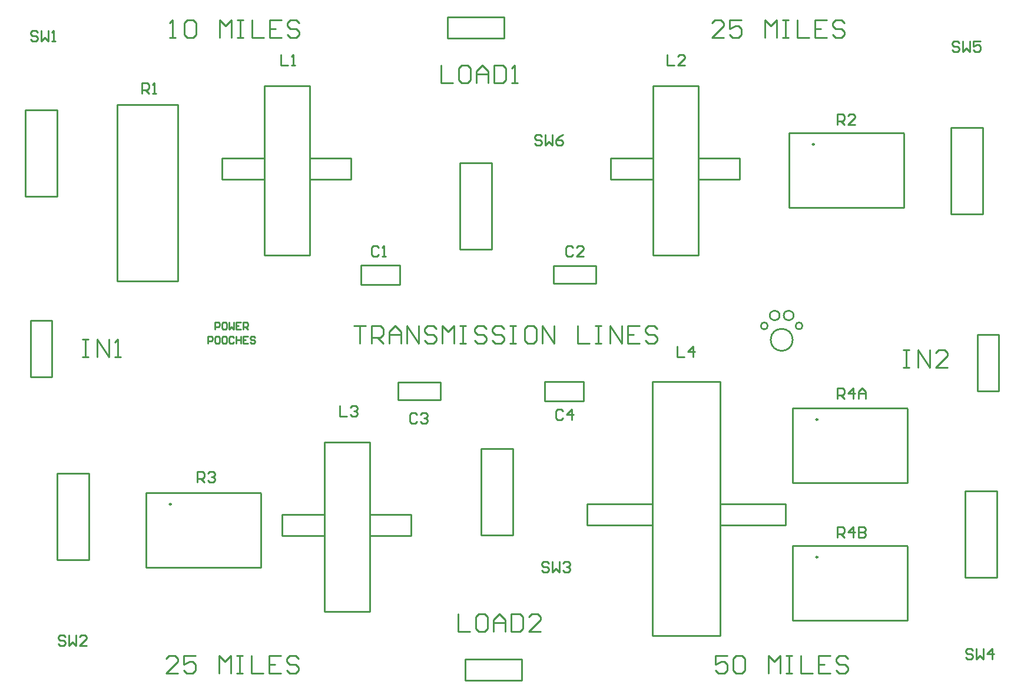
<source format=gto>
%FSAX24Y24*%
%MOIN*%
G70*
G01*
G75*
%ADD10R,0.2579X0.3150*%
%ADD11R,0.0800X0.0600*%
%ADD12R,0.2126X0.0945*%
%ADD13R,0.3504X0.3228*%
%ADD14C,0.0500*%
%ADD15C,0.0100*%
%ADD16C,0.0700*%
%ADD17C,0.1250*%
%ADD18C,0.0800*%
%ADD19C,0.0500*%
%ADD20C,0.0098*%
D15*
X056299Y031299D02*
G03*
X056299Y031299I-000197J000000D01*
G01*
X055790Y031890D02*
G03*
X055790Y031890I-000278J000000D01*
G01*
X055003D02*
G03*
X055003Y031890I-000278J000000D01*
G01*
X054331Y031299D02*
G03*
X054331Y031299I-000197J000000D01*
G01*
X055741Y030512D02*
G03*
X055741Y030512I-000622J000000D01*
G01*
X041700Y028150D02*
X043900D01*
Y027050D02*
Y028150D01*
X041700Y027050D02*
X043900D01*
X041700D02*
Y028150D01*
X031300Y033650D02*
Y034750D01*
Y033650D02*
X033500D01*
Y034750D01*
X031300D02*
X033500D01*
X017500Y043850D02*
X020950D01*
Y033850D02*
Y043850D01*
X017500Y033850D02*
X020950D01*
X017500D02*
Y043850D01*
X033400Y027100D02*
Y028100D01*
Y027100D02*
X035800D01*
X033400Y028100D02*
X035800D01*
Y027100D02*
Y028100D01*
X019150Y021850D02*
X025600D01*
X025650Y021800D01*
Y017600D02*
Y021800D01*
X019150Y017600D02*
X025650D01*
X019150D02*
Y021850D01*
X044600Y033700D02*
Y034700D01*
X042200D02*
X044600D01*
X042200Y033700D02*
X044600D01*
X042200D02*
Y034700D01*
X055550Y038000D02*
Y042250D01*
Y038000D02*
X062050D01*
Y042200D01*
X062000Y042250D02*
X062050Y042200D01*
X055550Y042250D02*
X062000D01*
X055750Y018850D02*
X062200D01*
X062250Y018800D01*
Y014600D02*
Y018800D01*
X055750Y014600D02*
X062250D01*
X055750D02*
Y018850D01*
Y022400D02*
Y026650D01*
Y022400D02*
X062250D01*
Y026600D01*
X062200Y026650D02*
X062250Y026600D01*
X055750Y026650D02*
X062200D01*
X066500Y037650D02*
Y042550D01*
X064700D02*
X066500D01*
X064700Y037650D02*
X066500D01*
X064700D02*
Y042550D01*
X036900Y035650D02*
Y040550D01*
Y035650D02*
X038700D01*
X036900Y040550D02*
X038700D01*
Y035650D02*
Y040550D01*
X039900Y019450D02*
Y024350D01*
X038100D02*
X039900D01*
X038100Y019450D02*
X039900D01*
X038100D02*
Y024350D01*
X014100Y018050D02*
Y022950D01*
Y018050D02*
X015900D01*
X014100Y022950D02*
X015900D01*
Y018050D02*
Y022950D01*
X014100Y038650D02*
Y043550D01*
X012300D02*
X014100D01*
X012300Y038650D02*
X014100D01*
X012300D02*
Y043550D01*
X065500Y017050D02*
Y021950D01*
Y017050D02*
X067300D01*
X065500Y021950D02*
X067300D01*
Y017050D02*
Y021950D01*
X031800Y015100D02*
Y024700D01*
X029250Y015100D02*
X031800D01*
X029250Y024700D02*
X031800D01*
X029250Y015100D02*
Y024700D01*
X026850Y019400D02*
X029250D01*
X026850D02*
Y020600D01*
X029250D01*
X031800Y019400D02*
X034150D01*
Y020600D01*
X031800D02*
X034150D01*
X050400Y040800D02*
X052750D01*
Y039600D02*
Y040800D01*
X050400Y039600D02*
X052750D01*
X045450Y040800D02*
X047850D01*
X045450Y039600D02*
Y040800D01*
Y039600D02*
X047850D01*
Y035300D02*
Y044900D01*
X050400D01*
X047850Y035300D02*
X050400D01*
Y044900D01*
X028400Y035300D02*
Y044900D01*
X025850Y035300D02*
X028400D01*
X025850Y044900D02*
X028400D01*
X025850Y035300D02*
Y044900D01*
X023450Y039600D02*
X025850D01*
X023450D02*
Y040800D01*
X025850D01*
X028400Y039600D02*
X030750D01*
Y040800D01*
X028400D02*
X030750D01*
X051650Y021200D02*
X055350D01*
Y020000D02*
Y021200D01*
X051650Y020000D02*
X055350D01*
X044100Y021200D02*
X047800D01*
X044100Y020000D02*
Y021200D01*
Y020000D02*
X047800D01*
Y013750D02*
Y028150D01*
Y013750D02*
X051650D01*
Y028150D01*
X047800D02*
X051650D01*
X037200Y011200D02*
X040400D01*
X037200Y012400D02*
X040400D01*
Y011200D02*
Y012400D01*
X037200Y011200D02*
Y012400D01*
X036200Y047600D02*
Y048800D01*
X039400Y047600D02*
Y048800D01*
X036200D02*
X039400D01*
X036200Y047600D02*
X039400D01*
X066200Y030800D02*
X067400D01*
X066200Y027600D02*
X067400D01*
X066200D02*
Y030800D01*
X067400Y027600D02*
Y030800D01*
X013800Y028400D02*
Y031600D01*
X012600Y028400D02*
Y031600D01*
Y028400D02*
X013800D01*
X012600Y031600D02*
X013800D01*
X035827Y046078D02*
Y045079D01*
X036493D01*
X037326Y046078D02*
X036993D01*
X036826Y045912D01*
Y045245D01*
X036993Y045079D01*
X037326D01*
X037493Y045245D01*
Y045912D01*
X037326Y046078D01*
X037826Y045079D02*
Y045745D01*
X038159Y046078D01*
X038493Y045745D01*
Y045079D01*
Y045579D01*
X037826D01*
X038826Y046078D02*
Y045079D01*
X039326D01*
X039492Y045245D01*
Y045912D01*
X039326Y046078D01*
X038826D01*
X039825Y045079D02*
X040159D01*
X039992D01*
Y046078D01*
X039825Y045912D01*
X036811Y014976D02*
Y013976D01*
X037477D01*
X038311Y014976D02*
X037977D01*
X037811Y014809D01*
Y014143D01*
X037977Y013976D01*
X038311D01*
X038477Y014143D01*
Y014809D01*
X038311Y014976D01*
X038810Y013976D02*
Y014643D01*
X039144Y014976D01*
X039477Y014643D01*
Y013976D01*
Y014476D01*
X038810D01*
X039810Y014976D02*
Y013976D01*
X040310D01*
X040477Y014143D01*
Y014809D01*
X040310Y014976D01*
X039810D01*
X041476Y013976D02*
X040810D01*
X041476Y014643D01*
Y014809D01*
X041310Y014976D01*
X040976D01*
X040810Y014809D01*
X032290Y035736D02*
X032190Y035836D01*
X031990D01*
X031890Y035736D01*
Y035336D01*
X031990Y035236D01*
X032190D01*
X032290Y035336D01*
X032490Y035236D02*
X032689D01*
X032590D01*
Y035836D01*
X032490Y035736D01*
X043313D02*
X043213Y035836D01*
X043013D01*
X042913Y035736D01*
Y035336D01*
X043013Y035236D01*
X043213D01*
X043313Y035336D01*
X043913Y035236D02*
X043513D01*
X043913Y035636D01*
Y035736D01*
X043813Y035836D01*
X043613D01*
X043513Y035736D01*
X034461Y026287D02*
X034361Y026387D01*
X034161D01*
X034061Y026287D01*
Y025887D01*
X034161Y025787D01*
X034361D01*
X034461Y025887D01*
X034661Y026287D02*
X034761Y026387D01*
X034961D01*
X035061Y026287D01*
Y026187D01*
X034961Y026087D01*
X034861D01*
X034961D01*
X035061Y025987D01*
Y025887D01*
X034961Y025787D01*
X034761D01*
X034661Y025887D01*
X042738Y026484D02*
X042638Y026584D01*
X042439D01*
X042339Y026484D01*
Y026084D01*
X042439Y025984D01*
X042638D01*
X042738Y026084D01*
X043238Y025984D02*
Y026584D01*
X042938Y026284D01*
X043338D01*
X015551Y030527D02*
X015884D01*
X015718D01*
Y029528D01*
X015551D01*
X015884D01*
X016384D02*
Y030527D01*
X017051Y029528D01*
Y030527D01*
X017384Y029528D02*
X017717D01*
X017551D01*
Y030527D01*
X017384Y030361D01*
X062008Y029937D02*
X062341D01*
X062174D01*
Y028937D01*
X062008D01*
X062341D01*
X062841D02*
Y029937D01*
X063507Y028937D01*
Y029937D01*
X064507Y028937D02*
X063841D01*
X064507Y029603D01*
Y029770D01*
X064340Y029937D01*
X064007D01*
X063841Y029770D01*
X026772Y046663D02*
Y046063D01*
X027172D01*
X027371D02*
X027571D01*
X027471D01*
Y046663D01*
X027371Y046563D01*
X048622Y046663D02*
Y046063D01*
X049022D01*
X049622D02*
X049222D01*
X049622Y046463D01*
Y046563D01*
X049522Y046663D01*
X049322D01*
X049222Y046563D01*
X030118Y026781D02*
Y026181D01*
X030518D01*
X030718Y026681D02*
X030818Y026781D01*
X031018D01*
X031118Y026681D01*
Y026581D01*
X031018Y026481D01*
X030918D01*
X031018D01*
X031118Y026381D01*
Y026281D01*
X031018Y026181D01*
X030818D01*
X030718Y026281D01*
X049213Y030127D02*
Y029528D01*
X049612D01*
X050112D02*
Y030127D01*
X049812Y029827D01*
X050212D01*
X018898Y044488D02*
Y045088D01*
X019198D01*
X019298Y044988D01*
Y044788D01*
X019198Y044688D01*
X018898D01*
X019098D02*
X019298Y044488D01*
X019497D02*
X019697D01*
X019597D01*
Y045088D01*
X019497Y044988D01*
X058268Y042717D02*
Y043316D01*
X058568D01*
X058668Y043216D01*
Y043016D01*
X058568Y042916D01*
X058268D01*
X058468D02*
X058668Y042717D01*
X059267D02*
X058868D01*
X059267Y043116D01*
Y043216D01*
X059167Y043316D01*
X058967D01*
X058868Y043216D01*
X022047Y022441D02*
Y023041D01*
X022347D01*
X022447Y022941D01*
Y022741D01*
X022347Y022641D01*
X022047D01*
X022247D02*
X022447Y022441D01*
X022647Y022941D02*
X022747Y023041D01*
X022947D01*
X023047Y022941D01*
Y022841D01*
X022947Y022741D01*
X022847D01*
X022947D01*
X023047Y022641D01*
Y022541D01*
X022947Y022441D01*
X022747D01*
X022647Y022541D01*
X058268Y027165D02*
Y027765D01*
X058568D01*
X058668Y027665D01*
Y027465D01*
X058568Y027365D01*
X058268D01*
X058468D02*
X058668Y027165D01*
X059167D02*
Y027765D01*
X058868Y027465D01*
X059267D01*
X059467Y027165D02*
Y027565D01*
X059667Y027765D01*
X059867Y027565D01*
Y027165D01*
Y027465D01*
X059467D01*
X058268Y019291D02*
Y019891D01*
X058568D01*
X058668Y019791D01*
Y019591D01*
X058568Y019491D01*
X058268D01*
X058468D02*
X058668Y019291D01*
X059167D02*
Y019891D01*
X058868Y019591D01*
X059267D01*
X059467Y019891D02*
Y019291D01*
X059767D01*
X059867Y019391D01*
Y019491D01*
X059767Y019591D01*
X059467D01*
X059767D01*
X059867Y019691D01*
Y019791D01*
X059767Y019891D01*
X059467D01*
X012998Y047950D02*
X012898Y048050D01*
X012698D01*
X012598Y047950D01*
Y047850D01*
X012698Y047750D01*
X012898D01*
X012998Y047650D01*
Y047550D01*
X012898Y047450D01*
X012698D01*
X012598Y047550D01*
X013198Y048050D02*
Y047450D01*
X013398Y047650D01*
X013598Y047450D01*
Y048050D01*
X013798Y047450D02*
X013998D01*
X013898D01*
Y048050D01*
X013798Y047950D01*
X014554Y013689D02*
X014454Y013789D01*
X014254D01*
X014154Y013689D01*
Y013589D01*
X014254Y013489D01*
X014454D01*
X014554Y013389D01*
Y013289D01*
X014454Y013189D01*
X014254D01*
X014154Y013289D01*
X014754Y013789D02*
Y013189D01*
X014954Y013389D01*
X015154Y013189D01*
Y013789D01*
X015754Y013189D02*
X015354D01*
X015754Y013589D01*
Y013689D01*
X015654Y013789D01*
X015454D01*
X015354Y013689D01*
X041935Y017829D02*
X041835Y017929D01*
X041635D01*
X041535Y017829D01*
Y017729D01*
X041635Y017629D01*
X041835D01*
X041935Y017529D01*
Y017429D01*
X041835Y017329D01*
X041635D01*
X041535Y017429D01*
X042135Y017929D02*
Y017329D01*
X042335Y017529D01*
X042535Y017329D01*
Y017929D01*
X042735Y017829D02*
X042835Y017929D01*
X043035D01*
X043135Y017829D01*
Y017729D01*
X043035Y017629D01*
X042935D01*
X043035D01*
X043135Y017529D01*
Y017429D01*
X043035Y017329D01*
X042835D01*
X042735Y017429D01*
X065951Y012901D02*
X065851Y013001D01*
X065651D01*
X065551Y012901D01*
Y012801D01*
X065651Y012701D01*
X065851D01*
X065951Y012602D01*
Y012502D01*
X065851Y012402D01*
X065651D01*
X065551Y012502D01*
X066151Y013001D02*
Y012402D01*
X066351Y012602D01*
X066551Y012402D01*
Y013001D01*
X067051Y012402D02*
Y013001D01*
X066751Y012701D01*
X067151D01*
X065183Y047350D02*
X065083Y047450D01*
X064883D01*
X064783Y047350D01*
Y047250D01*
X064883Y047150D01*
X065083D01*
X065183Y047050D01*
Y046950D01*
X065083Y046850D01*
X064883D01*
X064783Y046950D01*
X065382Y047450D02*
Y046850D01*
X065582Y047050D01*
X065782Y046850D01*
Y047450D01*
X066382D02*
X065982D01*
Y047150D01*
X066182Y047250D01*
X066282D01*
X066382Y047150D01*
Y046950D01*
X066282Y046850D01*
X066082D01*
X065982Y046950D01*
X041542Y042035D02*
X041442Y042135D01*
X041242D01*
X041142Y042035D01*
Y041935D01*
X041242Y041835D01*
X041442D01*
X041542Y041735D01*
Y041635D01*
X041442Y041535D01*
X041242D01*
X041142Y041635D01*
X041742Y042135D02*
Y041535D01*
X041941Y041735D01*
X042141Y041535D01*
Y042135D01*
X042741D02*
X042541Y042035D01*
X042341Y041835D01*
Y041635D01*
X042441Y041535D01*
X042641D01*
X042741Y041635D01*
Y041735D01*
X042641Y041835D01*
X042341D01*
X022638Y030315D02*
Y030715D01*
X022838D01*
X022904Y030648D01*
Y030515D01*
X022838Y030448D01*
X022638D01*
X023238Y030715D02*
X023104D01*
X023038Y030648D01*
Y030382D01*
X023104Y030315D01*
X023238D01*
X023304Y030382D01*
Y030648D01*
X023238Y030715D01*
X023637D02*
X023504D01*
X023438Y030648D01*
Y030382D01*
X023504Y030315D01*
X023637D01*
X023704Y030382D01*
Y030648D01*
X023637Y030715D01*
X024104Y030648D02*
X024037Y030715D01*
X023904D01*
X023837Y030648D01*
Y030382D01*
X023904Y030315D01*
X024037D01*
X024104Y030382D01*
X024237Y030715D02*
Y030315D01*
Y030515D01*
X024504D01*
Y030715D01*
Y030315D01*
X024904Y030715D02*
X024637D01*
Y030315D01*
X024904D01*
X024637Y030515D02*
X024770D01*
X025304Y030648D02*
X025237Y030715D01*
X025104D01*
X025037Y030648D01*
Y030582D01*
X025104Y030515D01*
X025237D01*
X025304Y030448D01*
Y030382D01*
X025237Y030315D01*
X025104D01*
X025037Y030382D01*
X023031Y031102D02*
Y031502D01*
X023231D01*
X023298Y031436D01*
Y031302D01*
X023231Y031236D01*
X023031D01*
X023631Y031502D02*
X023498D01*
X023431Y031436D01*
Y031169D01*
X023498Y031102D01*
X023631D01*
X023698Y031169D01*
Y031436D01*
X023631Y031502D01*
X023831D02*
Y031102D01*
X023965Y031236D01*
X024098Y031102D01*
Y031502D01*
X024498D02*
X024231D01*
Y031102D01*
X024498D01*
X024231Y031302D02*
X024364D01*
X024631Y031102D02*
Y031502D01*
X024831D01*
X024898Y031436D01*
Y031302D01*
X024831Y031236D01*
X024631D01*
X024764D02*
X024898Y031102D01*
X052044Y012614D02*
X051378D01*
Y012114D01*
X051711Y012281D01*
X051878D01*
X052044Y012114D01*
Y011781D01*
X051878Y011614D01*
X051545D01*
X051378Y011781D01*
X052378Y012447D02*
X052544Y012614D01*
X052877D01*
X053044Y012447D01*
Y011781D01*
X052877Y011614D01*
X052544D01*
X052378Y011781D01*
Y012447D01*
X054377Y011614D02*
Y012614D01*
X054710Y012281D01*
X055043Y012614D01*
Y011614D01*
X055377Y012614D02*
X055710D01*
X055543D01*
Y011614D01*
X055377D01*
X055710D01*
X056210Y012614D02*
Y011614D01*
X056876D01*
X057876Y012614D02*
X057209D01*
Y011614D01*
X057876D01*
X057209Y012114D02*
X057543D01*
X058876Y012447D02*
X058709Y012614D01*
X058376D01*
X058209Y012447D01*
Y012281D01*
X058376Y012114D01*
X058709D01*
X058876Y011947D01*
Y011781D01*
X058709Y011614D01*
X058376D01*
X058209Y011781D01*
X051848Y047638D02*
X051181D01*
X051848Y048304D01*
Y048471D01*
X051681Y048637D01*
X051348D01*
X051181Y048471D01*
X052847Y048637D02*
X052181D01*
Y048138D01*
X052514Y048304D01*
X052681D01*
X052847Y048138D01*
Y047804D01*
X052681Y047638D01*
X052347D01*
X052181Y047804D01*
X054180Y047638D02*
Y048637D01*
X054513Y048304D01*
X054847Y048637D01*
Y047638D01*
X055180Y048637D02*
X055513D01*
X055346D01*
Y047638D01*
X055180D01*
X055513D01*
X056013Y048637D02*
Y047638D01*
X056679D01*
X057679Y048637D02*
X057013D01*
Y047638D01*
X057679D01*
X057013Y048138D02*
X057346D01*
X058679Y048471D02*
X058512Y048637D01*
X058179D01*
X058012Y048471D01*
Y048304D01*
X058179Y048138D01*
X058512D01*
X058679Y047971D01*
Y047804D01*
X058512Y047638D01*
X058179D01*
X058012Y047804D01*
X020942Y011614D02*
X020276D01*
X020942Y012281D01*
Y012447D01*
X020775Y012614D01*
X020442D01*
X020276Y012447D01*
X021942Y012614D02*
X021275D01*
Y012114D01*
X021608Y012281D01*
X021775D01*
X021942Y012114D01*
Y011781D01*
X021775Y011614D01*
X021442D01*
X021275Y011781D01*
X023275Y011614D02*
Y012614D01*
X023608Y012281D01*
X023941Y012614D01*
Y011614D01*
X024274Y012614D02*
X024608D01*
X024441D01*
Y011614D01*
X024274D01*
X024608D01*
X025107Y012614D02*
Y011614D01*
X025774D01*
X026773Y012614D02*
X026107D01*
Y011614D01*
X026773D01*
X026107Y012114D02*
X026440D01*
X027773Y012447D02*
X027607Y012614D01*
X027273D01*
X027107Y012447D01*
Y012281D01*
X027273Y012114D01*
X027607D01*
X027773Y011947D01*
Y011781D01*
X027607Y011614D01*
X027273D01*
X027107Y011781D01*
X020472Y047638D02*
X020806D01*
X020639D01*
Y048637D01*
X020472Y048471D01*
X021305D02*
X021472Y048637D01*
X021805D01*
X021972Y048471D01*
Y047804D01*
X021805Y047638D01*
X021472D01*
X021305Y047804D01*
Y048471D01*
X023305Y047638D02*
Y048637D01*
X023638Y048304D01*
X023971Y048637D01*
Y047638D01*
X024305Y048637D02*
X024638D01*
X024471D01*
Y047638D01*
X024305D01*
X024638D01*
X025138Y048637D02*
Y047638D01*
X025804D01*
X026804Y048637D02*
X026137D01*
Y047638D01*
X026804D01*
X026137Y048138D02*
X026470D01*
X027803Y048471D02*
X027637Y048637D01*
X027304D01*
X027137Y048471D01*
Y048304D01*
X027304Y048138D01*
X027637D01*
X027803Y047971D01*
Y047804D01*
X027637Y047638D01*
X027304D01*
X027137Y047804D01*
X030906Y031315D02*
X031572D01*
X031239D01*
Y030315D01*
X031905D02*
Y031315D01*
X032405D01*
X032572Y031148D01*
Y030815D01*
X032405Y030648D01*
X031905D01*
X032238D02*
X032572Y030315D01*
X032905D02*
Y030981D01*
X033238Y031315D01*
X033571Y030981D01*
Y030315D01*
Y030815D01*
X032905D01*
X033905Y030315D02*
Y031315D01*
X034571Y030315D01*
Y031315D01*
X035571Y031148D02*
X035404Y031315D01*
X035071D01*
X034904Y031148D01*
Y030981D01*
X035071Y030815D01*
X035404D01*
X035571Y030648D01*
Y030482D01*
X035404Y030315D01*
X035071D01*
X034904Y030482D01*
X035904Y030315D02*
Y031315D01*
X036237Y030981D01*
X036570Y031315D01*
Y030315D01*
X036904Y031315D02*
X037237D01*
X037070D01*
Y030315D01*
X036904D01*
X037237D01*
X038403Y031148D02*
X038236Y031315D01*
X037903D01*
X037737Y031148D01*
Y030981D01*
X037903Y030815D01*
X038236D01*
X038403Y030648D01*
Y030482D01*
X038236Y030315D01*
X037903D01*
X037737Y030482D01*
X039403Y031148D02*
X039236Y031315D01*
X038903D01*
X038736Y031148D01*
Y030981D01*
X038903Y030815D01*
X039236D01*
X039403Y030648D01*
Y030482D01*
X039236Y030315D01*
X038903D01*
X038736Y030482D01*
X039736Y031315D02*
X040069D01*
X039903D01*
Y030315D01*
X039736D01*
X040069D01*
X041069Y031315D02*
X040736D01*
X040569Y031148D01*
Y030482D01*
X040736Y030315D01*
X041069D01*
X041236Y030482D01*
Y031148D01*
X041069Y031315D01*
X041569Y030315D02*
Y031315D01*
X042235Y030315D01*
Y031315D01*
X043568D02*
Y030315D01*
X044235D01*
X044568Y031315D02*
X044901D01*
X044734D01*
Y030315D01*
X044568D01*
X044901D01*
X045401D02*
Y031315D01*
X046067Y030315D01*
Y031315D01*
X047067D02*
X046401D01*
Y030315D01*
X047067D01*
X046401Y030815D02*
X046734D01*
X048067Y031148D02*
X047900Y031315D01*
X047567D01*
X047400Y031148D01*
Y030981D01*
X047567Y030815D01*
X047900D01*
X048067Y030648D01*
Y030482D01*
X047900Y030315D01*
X047567D01*
X047400Y030482D01*
D20*
X020559Y021187D02*
G03*
X020559Y021187I-000049J000000D01*
G01*
X056959Y041587D02*
G03*
X056959Y041587I-000049J000000D01*
G01*
X057159Y018187D02*
G03*
X057159Y018187I-000049J000000D01*
G01*
Y025987D02*
G03*
X057159Y025987I-000049J000000D01*
G01*
M02*

</source>
